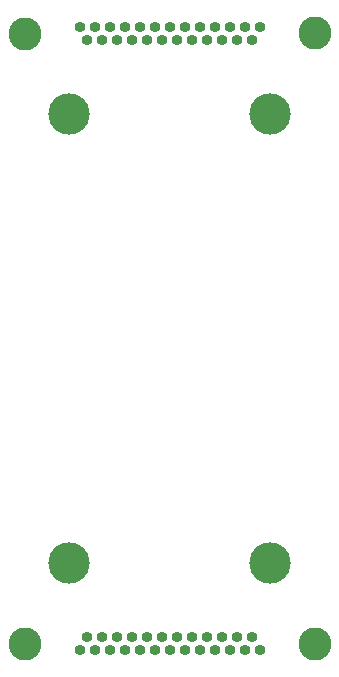
<source format=gbr>
%TF.GenerationSoftware,KiCad,Pcbnew,7.0.2*%
%TF.CreationDate,2023-09-29T19:09:54-06:00*%
%TF.ProjectId,micro-d-tes-aaray,6d696372-6f2d-4642-9d74-65732d616172,rev?*%
%TF.SameCoordinates,Original*%
%TF.FileFunction,Soldermask,Bot*%
%TF.FilePolarity,Negative*%
%FSLAX46Y46*%
G04 Gerber Fmt 4.6, Leading zero omitted, Abs format (unit mm)*
G04 Created by KiCad (PCBNEW 7.0.2) date 2023-09-29 19:09:54*
%MOMM*%
%LPD*%
G01*
G04 APERTURE LIST*
%ADD10C,3.500000*%
%ADD11O,0.920000X0.920000*%
%ADD12C,2.800000*%
G04 APERTURE END LIST*
D10*
%TO.C,H1*%
X9250000Y-50750000D03*
%TD*%
%TO.C,H4*%
X9250000Y-12750000D03*
%TD*%
%TO.C,H3*%
X26250000Y-50750000D03*
%TD*%
%TO.C,H2*%
X26250000Y-12750000D03*
%TD*%
D11*
%TO.C,J99*%
X25370000Y-5374500D03*
X24100000Y-5374500D03*
X22830000Y-5374500D03*
X21560000Y-5374500D03*
X20290000Y-5374500D03*
X19020000Y-5374500D03*
X17750000Y-5374500D03*
X16480000Y-5374500D03*
X15210000Y-5374500D03*
X13940000Y-5374500D03*
X12670000Y-5374500D03*
X11400000Y-5374500D03*
X10130000Y-5374500D03*
X24735000Y-6474500D03*
X23465000Y-6474500D03*
X22195000Y-6474500D03*
X20925000Y-6474500D03*
X19655000Y-6474500D03*
X18385000Y-6474500D03*
X17115000Y-6474500D03*
X15845000Y-6474500D03*
X14575000Y-6474500D03*
X13305000Y-6474500D03*
X12035000Y-6474500D03*
X10765000Y-6474500D03*
D12*
X30025000Y-5864500D03*
X5475000Y-5924500D03*
%TD*%
D11*
%TO.C,J26*%
X10130000Y-58124500D03*
X11400000Y-58124500D03*
X12670000Y-58124500D03*
X13940000Y-58124500D03*
X15210000Y-58124500D03*
X16480000Y-58124500D03*
X17750000Y-58124500D03*
X19020000Y-58124500D03*
X20290000Y-58124500D03*
X21560000Y-58124500D03*
X22830000Y-58124500D03*
X24100000Y-58124500D03*
X25370000Y-58124500D03*
X10765000Y-57024500D03*
X12035000Y-57024500D03*
X13305000Y-57024500D03*
X14575000Y-57024500D03*
X15845000Y-57024500D03*
X17115000Y-57024500D03*
X18385000Y-57024500D03*
X19655000Y-57024500D03*
X20925000Y-57024500D03*
X22195000Y-57024500D03*
X23465000Y-57024500D03*
X24735000Y-57024500D03*
D12*
X5475000Y-57634500D03*
X30025000Y-57574500D03*
%TD*%
M02*

</source>
